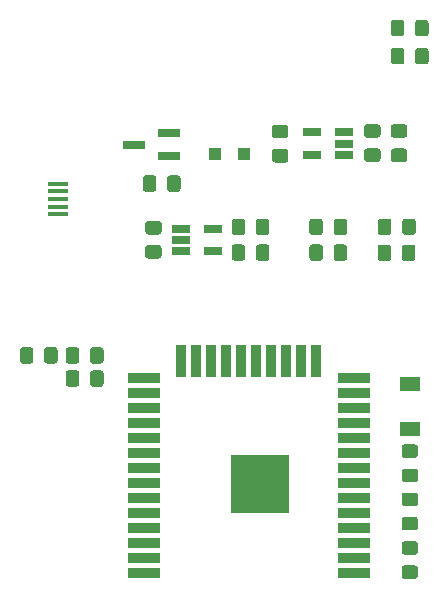
<source format=gtp>
%TF.GenerationSoftware,KiCad,Pcbnew,(5.1.10)-1*%
%TF.CreationDate,2021-06-27T19:43:52+02:00*%
%TF.ProjectId,clip,636c6970-2e6b-4696-9361-645f70636258,rev?*%
%TF.SameCoordinates,Original*%
%TF.FileFunction,Paste,Top*%
%TF.FilePolarity,Positive*%
%FSLAX46Y46*%
G04 Gerber Fmt 4.6, Leading zero omitted, Abs format (unit mm)*
G04 Created by KiCad (PCBNEW (5.1.10)-1) date 2021-06-27 19:43:52*
%MOMM*%
%LPD*%
G01*
G04 APERTURE LIST*
%ADD10R,1.000000X1.000000*%
%ADD11R,1.560000X0.650000*%
%ADD12R,5.000000X5.000000*%
%ADD13R,2.800000X0.900000*%
%ADD14R,0.900000X2.800000*%
%ADD15R,1.700000X0.450000*%
%ADD16R,1.700000X1.300000*%
%ADD17R,1.900000X0.800000*%
G04 APERTURE END LIST*
D10*
%TO.C,D3*%
X145944280Y-88382480D03*
X148444280Y-88382480D03*
%TD*%
%TO.C,D2*%
G36*
G01*
X162908400Y-78179081D02*
X162908400Y-77279079D01*
G75*
G02*
X163158399Y-77029080I249999J0D01*
G01*
X163808401Y-77029080D01*
G75*
G02*
X164058400Y-77279079I0J-249999D01*
G01*
X164058400Y-78179081D01*
G75*
G02*
X163808401Y-78429080I-249999J0D01*
G01*
X163158399Y-78429080D01*
G75*
G02*
X162908400Y-78179081I0J249999D01*
G01*
G37*
G36*
G01*
X160858400Y-78179081D02*
X160858400Y-77279079D01*
G75*
G02*
X161108399Y-77029080I249999J0D01*
G01*
X161758401Y-77029080D01*
G75*
G02*
X162008400Y-77279079I0J-249999D01*
G01*
X162008400Y-78179081D01*
G75*
G02*
X161758401Y-78429080I-249999J0D01*
G01*
X161108399Y-78429080D01*
G75*
G02*
X160858400Y-78179081I0J249999D01*
G01*
G37*
%TD*%
%TO.C,D4*%
G36*
G01*
X159770000Y-95000001D02*
X159770000Y-94099999D01*
G75*
G02*
X160019999Y-93850000I249999J0D01*
G01*
X160670001Y-93850000D01*
G75*
G02*
X160920000Y-94099999I0J-249999D01*
G01*
X160920000Y-95000001D01*
G75*
G02*
X160670001Y-95250000I-249999J0D01*
G01*
X160019999Y-95250000D01*
G75*
G02*
X159770000Y-95000001I0J249999D01*
G01*
G37*
G36*
G01*
X161820000Y-95000001D02*
X161820000Y-94099999D01*
G75*
G02*
X162069999Y-93850000I249999J0D01*
G01*
X162720001Y-93850000D01*
G75*
G02*
X162970000Y-94099999I0J-249999D01*
G01*
X162970000Y-95000001D01*
G75*
G02*
X162720001Y-95250000I-249999J0D01*
G01*
X162069999Y-95250000D01*
G75*
G02*
X161820000Y-95000001I0J249999D01*
G01*
G37*
%TD*%
D11*
%TO.C,U1*%
X145773800Y-94697940D03*
X145773800Y-96597940D03*
X143073800Y-96597940D03*
X143073800Y-95647940D03*
X143073800Y-94697940D03*
%TD*%
D12*
%TO.C,U3*%
X149830000Y-116355000D03*
D13*
X157730000Y-123855000D03*
X157730000Y-122585000D03*
X157730000Y-121315000D03*
X157730000Y-120045000D03*
X157730000Y-118775000D03*
X157730000Y-117505000D03*
X157730000Y-116235000D03*
X157730000Y-114965000D03*
X157730000Y-113695000D03*
X157730000Y-112425000D03*
X157730000Y-111155000D03*
X157730000Y-109885000D03*
X157730000Y-108615000D03*
X157730000Y-107345000D03*
D14*
X154545000Y-105945000D03*
X153275000Y-105945000D03*
X152005000Y-105945000D03*
X150735000Y-105945000D03*
X149465000Y-105945000D03*
X148195000Y-105945000D03*
X146925000Y-105945000D03*
X145655000Y-105945000D03*
X144385000Y-105945000D03*
X143115000Y-105945000D03*
D13*
X139930000Y-107345000D03*
X139930000Y-108615000D03*
X139930000Y-109885000D03*
X139930000Y-111155000D03*
X139930000Y-112425000D03*
X139930000Y-113695000D03*
X139930000Y-114965000D03*
X139930000Y-116235000D03*
X139930000Y-117505000D03*
X139930000Y-118775000D03*
X139930000Y-120045000D03*
X139930000Y-121315000D03*
X139930000Y-122585000D03*
X139930000Y-123855000D03*
%TD*%
D15*
%TO.C,USB1*%
X132727120Y-93496920D03*
X132727120Y-92846920D03*
X132727120Y-92196920D03*
X132727120Y-91546920D03*
X132727120Y-90896920D03*
%TD*%
D16*
%TO.C,EN1*%
X162500000Y-111660000D03*
X162500000Y-107860000D03*
%TD*%
D11*
%TO.C,U2*%
X154183780Y-88464320D03*
X154183780Y-86564320D03*
X156883780Y-86564320D03*
X156883780Y-87514320D03*
X156883780Y-88464320D03*
%TD*%
%TO.C,R3*%
G36*
G01*
X160866020Y-80551441D02*
X160866020Y-79651439D01*
G75*
G02*
X161116019Y-79401440I249999J0D01*
G01*
X161766021Y-79401440D01*
G75*
G02*
X162016020Y-79651439I0J-249999D01*
G01*
X162016020Y-80551441D01*
G75*
G02*
X161766021Y-80801440I-249999J0D01*
G01*
X161116019Y-80801440D01*
G75*
G02*
X160866020Y-80551441I0J249999D01*
G01*
G37*
G36*
G01*
X162916020Y-80551441D02*
X162916020Y-79651439D01*
G75*
G02*
X163166019Y-79401440I249999J0D01*
G01*
X163816021Y-79401440D01*
G75*
G02*
X164066020Y-79651439I0J-249999D01*
G01*
X164066020Y-80551441D01*
G75*
G02*
X163816021Y-80801440I-249999J0D01*
G01*
X163166019Y-80801440D01*
G75*
G02*
X162916020Y-80551441I0J249999D01*
G01*
G37*
%TD*%
%TO.C,D5*%
G36*
G01*
X133339200Y-105894181D02*
X133339200Y-104994179D01*
G75*
G02*
X133589199Y-104744180I249999J0D01*
G01*
X134239201Y-104744180D01*
G75*
G02*
X134489200Y-104994179I0J-249999D01*
G01*
X134489200Y-105894181D01*
G75*
G02*
X134239201Y-106144180I-249999J0D01*
G01*
X133589199Y-106144180D01*
G75*
G02*
X133339200Y-105894181I0J249999D01*
G01*
G37*
G36*
G01*
X135389200Y-105894181D02*
X135389200Y-104994179D01*
G75*
G02*
X135639199Y-104744180I249999J0D01*
G01*
X136289201Y-104744180D01*
G75*
G02*
X136539200Y-104994179I0J-249999D01*
G01*
X136539200Y-105894181D01*
G75*
G02*
X136289201Y-106144180I-249999J0D01*
G01*
X135639199Y-106144180D01*
G75*
G02*
X135389200Y-105894181I0J249999D01*
G01*
G37*
%TD*%
%TO.C,R7*%
G36*
G01*
X132660000Y-104989999D02*
X132660000Y-105890001D01*
G75*
G02*
X132410001Y-106140000I-249999J0D01*
G01*
X131759999Y-106140000D01*
G75*
G02*
X131510000Y-105890001I0J249999D01*
G01*
X131510000Y-104989999D01*
G75*
G02*
X131759999Y-104740000I249999J0D01*
G01*
X132410001Y-104740000D01*
G75*
G02*
X132660000Y-104989999I0J-249999D01*
G01*
G37*
G36*
G01*
X130610000Y-104989999D02*
X130610000Y-105890001D01*
G75*
G02*
X130360001Y-106140000I-249999J0D01*
G01*
X129709999Y-106140000D01*
G75*
G02*
X129460000Y-105890001I0J249999D01*
G01*
X129460000Y-104989999D01*
G75*
G02*
X129709999Y-104740000I249999J0D01*
G01*
X130360001Y-104740000D01*
G75*
G02*
X130610000Y-104989999I0J-249999D01*
G01*
G37*
%TD*%
%TO.C,R9*%
G36*
G01*
X162920001Y-114130000D02*
X162019999Y-114130000D01*
G75*
G02*
X161770000Y-113880001I0J249999D01*
G01*
X161770000Y-113229999D01*
G75*
G02*
X162019999Y-112980000I249999J0D01*
G01*
X162920001Y-112980000D01*
G75*
G02*
X163170000Y-113229999I0J-249999D01*
G01*
X163170000Y-113880001D01*
G75*
G02*
X162920001Y-114130000I-249999J0D01*
G01*
G37*
G36*
G01*
X162920001Y-116180000D02*
X162019999Y-116180000D01*
G75*
G02*
X161770000Y-115930001I0J249999D01*
G01*
X161770000Y-115279999D01*
G75*
G02*
X162019999Y-115030000I249999J0D01*
G01*
X162920001Y-115030000D01*
G75*
G02*
X163170000Y-115279999I0J-249999D01*
G01*
X163170000Y-115930001D01*
G75*
G02*
X162920001Y-116180000I-249999J0D01*
G01*
G37*
%TD*%
%TO.C,R8*%
G36*
G01*
X133339700Y-107854381D02*
X133339700Y-106954379D01*
G75*
G02*
X133589699Y-106704380I249999J0D01*
G01*
X134239701Y-106704380D01*
G75*
G02*
X134489700Y-106954379I0J-249999D01*
G01*
X134489700Y-107854381D01*
G75*
G02*
X134239701Y-108104380I-249999J0D01*
G01*
X133589699Y-108104380D01*
G75*
G02*
X133339700Y-107854381I0J249999D01*
G01*
G37*
G36*
G01*
X135389700Y-107854381D02*
X135389700Y-106954379D01*
G75*
G02*
X135639699Y-106704380I249999J0D01*
G01*
X136289701Y-106704380D01*
G75*
G02*
X136539700Y-106954379I0J-249999D01*
G01*
X136539700Y-107854381D01*
G75*
G02*
X136289701Y-108104380I-249999J0D01*
G01*
X135639699Y-108104380D01*
G75*
G02*
X135389700Y-107854381I0J249999D01*
G01*
G37*
%TD*%
%TO.C,R6*%
G36*
G01*
X147390000Y-95020001D02*
X147390000Y-94119999D01*
G75*
G02*
X147639999Y-93870000I249999J0D01*
G01*
X148290001Y-93870000D01*
G75*
G02*
X148540000Y-94119999I0J-249999D01*
G01*
X148540000Y-95020001D01*
G75*
G02*
X148290001Y-95270000I-249999J0D01*
G01*
X147639999Y-95270000D01*
G75*
G02*
X147390000Y-95020001I0J249999D01*
G01*
G37*
G36*
G01*
X149440000Y-95020001D02*
X149440000Y-94119999D01*
G75*
G02*
X149689999Y-93870000I249999J0D01*
G01*
X150340001Y-93870000D01*
G75*
G02*
X150590000Y-94119999I0J-249999D01*
G01*
X150590000Y-95020001D01*
G75*
G02*
X150340001Y-95270000I-249999J0D01*
G01*
X149689999Y-95270000D01*
G75*
G02*
X149440000Y-95020001I0J249999D01*
G01*
G37*
%TD*%
%TO.C,R4*%
G36*
G01*
X162950000Y-96299999D02*
X162950000Y-97200001D01*
G75*
G02*
X162700001Y-97450000I-249999J0D01*
G01*
X162049999Y-97450000D01*
G75*
G02*
X161800000Y-97200001I0J249999D01*
G01*
X161800000Y-96299999D01*
G75*
G02*
X162049999Y-96050000I249999J0D01*
G01*
X162700001Y-96050000D01*
G75*
G02*
X162950000Y-96299999I0J-249999D01*
G01*
G37*
G36*
G01*
X160900000Y-96299999D02*
X160900000Y-97200001D01*
G75*
G02*
X160650001Y-97450000I-249999J0D01*
G01*
X159999999Y-97450000D01*
G75*
G02*
X159750000Y-97200001I0J249999D01*
G01*
X159750000Y-96299999D01*
G75*
G02*
X159999999Y-96050000I249999J0D01*
G01*
X160650001Y-96050000D01*
G75*
G02*
X160900000Y-96299999I0J-249999D01*
G01*
G37*
%TD*%
%TO.C,R5*%
G36*
G01*
X158851179Y-87912360D02*
X159751181Y-87912360D01*
G75*
G02*
X160001180Y-88162359I0J-249999D01*
G01*
X160001180Y-88812361D01*
G75*
G02*
X159751181Y-89062360I-249999J0D01*
G01*
X158851179Y-89062360D01*
G75*
G02*
X158601180Y-88812361I0J249999D01*
G01*
X158601180Y-88162359D01*
G75*
G02*
X158851179Y-87912360I249999J0D01*
G01*
G37*
G36*
G01*
X158851179Y-85862360D02*
X159751181Y-85862360D01*
G75*
G02*
X160001180Y-86112359I0J-249999D01*
G01*
X160001180Y-86762361D01*
G75*
G02*
X159751181Y-87012360I-249999J0D01*
G01*
X158851179Y-87012360D01*
G75*
G02*
X158601180Y-86762361I0J249999D01*
G01*
X158601180Y-86112359D01*
G75*
G02*
X158851179Y-85862360I249999J0D01*
G01*
G37*
%TD*%
%TO.C,R2*%
G36*
G01*
X156020000Y-97190001D02*
X156020000Y-96289999D01*
G75*
G02*
X156269999Y-96040000I249999J0D01*
G01*
X156920001Y-96040000D01*
G75*
G02*
X157170000Y-96289999I0J-249999D01*
G01*
X157170000Y-97190001D01*
G75*
G02*
X156920001Y-97440000I-249999J0D01*
G01*
X156269999Y-97440000D01*
G75*
G02*
X156020000Y-97190001I0J249999D01*
G01*
G37*
G36*
G01*
X153970000Y-97190001D02*
X153970000Y-96289999D01*
G75*
G02*
X154219999Y-96040000I249999J0D01*
G01*
X154870001Y-96040000D01*
G75*
G02*
X155120000Y-96289999I0J-249999D01*
G01*
X155120000Y-97190001D01*
G75*
G02*
X154870001Y-97440000I-249999J0D01*
G01*
X154219999Y-97440000D01*
G75*
G02*
X153970000Y-97190001I0J249999D01*
G01*
G37*
%TD*%
%TO.C,R1*%
G36*
G01*
X141015300Y-90441359D02*
X141015300Y-91341361D01*
G75*
G02*
X140765301Y-91591360I-249999J0D01*
G01*
X140115299Y-91591360D01*
G75*
G02*
X139865300Y-91341361I0J249999D01*
G01*
X139865300Y-90441359D01*
G75*
G02*
X140115299Y-90191360I249999J0D01*
G01*
X140765301Y-90191360D01*
G75*
G02*
X141015300Y-90441359I0J-249999D01*
G01*
G37*
G36*
G01*
X143065300Y-90441359D02*
X143065300Y-91341361D01*
G75*
G02*
X142815301Y-91591360I-249999J0D01*
G01*
X142165299Y-91591360D01*
G75*
G02*
X141915300Y-91341361I0J249999D01*
G01*
X141915300Y-90441359D01*
G75*
G02*
X142165299Y-90191360I249999J0D01*
G01*
X142815301Y-90191360D01*
G75*
G02*
X143065300Y-90441359I0J-249999D01*
G01*
G37*
%TD*%
D17*
%TO.C,Q1*%
X142111860Y-88544440D03*
X142111860Y-86644440D03*
X139111860Y-87594440D03*
%TD*%
%TO.C,D1*%
G36*
G01*
X157170000Y-94109999D02*
X157170000Y-95010001D01*
G75*
G02*
X156920001Y-95260000I-249999J0D01*
G01*
X156269999Y-95260000D01*
G75*
G02*
X156020000Y-95010001I0J249999D01*
G01*
X156020000Y-94109999D01*
G75*
G02*
X156269999Y-93860000I249999J0D01*
G01*
X156920001Y-93860000D01*
G75*
G02*
X157170000Y-94109999I0J-249999D01*
G01*
G37*
G36*
G01*
X155120000Y-94109999D02*
X155120000Y-95010001D01*
G75*
G02*
X154870001Y-95260000I-249999J0D01*
G01*
X154219999Y-95260000D01*
G75*
G02*
X153970000Y-95010001I0J249999D01*
G01*
X153970000Y-94109999D01*
G75*
G02*
X154219999Y-93860000I249999J0D01*
G01*
X154870001Y-93860000D01*
G75*
G02*
X155120000Y-94109999I0J-249999D01*
G01*
G37*
%TD*%
%TO.C,C6*%
G36*
G01*
X162019999Y-123220000D02*
X162920001Y-123220000D01*
G75*
G02*
X163170000Y-123469999I0J-249999D01*
G01*
X163170000Y-124120001D01*
G75*
G02*
X162920001Y-124370000I-249999J0D01*
G01*
X162019999Y-124370000D01*
G75*
G02*
X161770000Y-124120001I0J249999D01*
G01*
X161770000Y-123469999D01*
G75*
G02*
X162019999Y-123220000I249999J0D01*
G01*
G37*
G36*
G01*
X162019999Y-121170000D02*
X162920001Y-121170000D01*
G75*
G02*
X163170000Y-121419999I0J-249999D01*
G01*
X163170000Y-122070001D01*
G75*
G02*
X162920001Y-122320000I-249999J0D01*
G01*
X162019999Y-122320000D01*
G75*
G02*
X161770000Y-122070001I0J249999D01*
G01*
X161770000Y-121419999D01*
G75*
G02*
X162019999Y-121170000I249999J0D01*
G01*
G37*
%TD*%
%TO.C,C5*%
G36*
G01*
X162920001Y-118210000D02*
X162019999Y-118210000D01*
G75*
G02*
X161770000Y-117960001I0J249999D01*
G01*
X161770000Y-117309999D01*
G75*
G02*
X162019999Y-117060000I249999J0D01*
G01*
X162920001Y-117060000D01*
G75*
G02*
X163170000Y-117309999I0J-249999D01*
G01*
X163170000Y-117960001D01*
G75*
G02*
X162920001Y-118210000I-249999J0D01*
G01*
G37*
G36*
G01*
X162920001Y-120260000D02*
X162019999Y-120260000D01*
G75*
G02*
X161770000Y-120010001I0J249999D01*
G01*
X161770000Y-119359999D01*
G75*
G02*
X162019999Y-119110000I249999J0D01*
G01*
X162920001Y-119110000D01*
G75*
G02*
X163170000Y-119359999I0J-249999D01*
G01*
X163170000Y-120010001D01*
G75*
G02*
X162920001Y-120260000I-249999J0D01*
G01*
G37*
%TD*%
%TO.C,C4*%
G36*
G01*
X151935161Y-87059340D02*
X151035159Y-87059340D01*
G75*
G02*
X150785160Y-86809341I0J249999D01*
G01*
X150785160Y-86159339D01*
G75*
G02*
X151035159Y-85909340I249999J0D01*
G01*
X151935161Y-85909340D01*
G75*
G02*
X152185160Y-86159339I0J-249999D01*
G01*
X152185160Y-86809341D01*
G75*
G02*
X151935161Y-87059340I-249999J0D01*
G01*
G37*
G36*
G01*
X151935161Y-89109340D02*
X151035159Y-89109340D01*
G75*
G02*
X150785160Y-88859341I0J249999D01*
G01*
X150785160Y-88209339D01*
G75*
G02*
X151035159Y-87959340I249999J0D01*
G01*
X151935161Y-87959340D01*
G75*
G02*
X152185160Y-88209339I0J-249999D01*
G01*
X152185160Y-88859341D01*
G75*
G02*
X151935161Y-89109340I-249999J0D01*
G01*
G37*
%TD*%
%TO.C,C3*%
G36*
G01*
X162009241Y-87014900D02*
X161109239Y-87014900D01*
G75*
G02*
X160859240Y-86764901I0J249999D01*
G01*
X160859240Y-86114899D01*
G75*
G02*
X161109239Y-85864900I249999J0D01*
G01*
X162009241Y-85864900D01*
G75*
G02*
X162259240Y-86114899I0J-249999D01*
G01*
X162259240Y-86764901D01*
G75*
G02*
X162009241Y-87014900I-249999J0D01*
G01*
G37*
G36*
G01*
X162009241Y-89064900D02*
X161109239Y-89064900D01*
G75*
G02*
X160859240Y-88814901I0J249999D01*
G01*
X160859240Y-88164899D01*
G75*
G02*
X161109239Y-87914900I249999J0D01*
G01*
X162009241Y-87914900D01*
G75*
G02*
X162259240Y-88164899I0J-249999D01*
G01*
X162259240Y-88814901D01*
G75*
G02*
X162009241Y-89064900I-249999J0D01*
G01*
G37*
%TD*%
%TO.C,C2*%
G36*
G01*
X149440000Y-97190001D02*
X149440000Y-96289999D01*
G75*
G02*
X149689999Y-96040000I249999J0D01*
G01*
X150340001Y-96040000D01*
G75*
G02*
X150590000Y-96289999I0J-249999D01*
G01*
X150590000Y-97190001D01*
G75*
G02*
X150340001Y-97440000I-249999J0D01*
G01*
X149689999Y-97440000D01*
G75*
G02*
X149440000Y-97190001I0J249999D01*
G01*
G37*
G36*
G01*
X147390000Y-97190001D02*
X147390000Y-96289999D01*
G75*
G02*
X147639999Y-96040000I249999J0D01*
G01*
X148290001Y-96040000D01*
G75*
G02*
X148540000Y-96289999I0J-249999D01*
G01*
X148540000Y-97190001D01*
G75*
G02*
X148290001Y-97440000I-249999J0D01*
G01*
X147639999Y-97440000D01*
G75*
G02*
X147390000Y-97190001I0J249999D01*
G01*
G37*
%TD*%
%TO.C,C1*%
G36*
G01*
X141213981Y-95202840D02*
X140313979Y-95202840D01*
G75*
G02*
X140063980Y-94952841I0J249999D01*
G01*
X140063980Y-94302839D01*
G75*
G02*
X140313979Y-94052840I249999J0D01*
G01*
X141213981Y-94052840D01*
G75*
G02*
X141463980Y-94302839I0J-249999D01*
G01*
X141463980Y-94952841D01*
G75*
G02*
X141213981Y-95202840I-249999J0D01*
G01*
G37*
G36*
G01*
X141213981Y-97252840D02*
X140313979Y-97252840D01*
G75*
G02*
X140063980Y-97002841I0J249999D01*
G01*
X140063980Y-96352839D01*
G75*
G02*
X140313979Y-96102840I249999J0D01*
G01*
X141213981Y-96102840D01*
G75*
G02*
X141463980Y-96352839I0J-249999D01*
G01*
X141463980Y-97002841D01*
G75*
G02*
X141213981Y-97252840I-249999J0D01*
G01*
G37*
%TD*%
M02*

</source>
